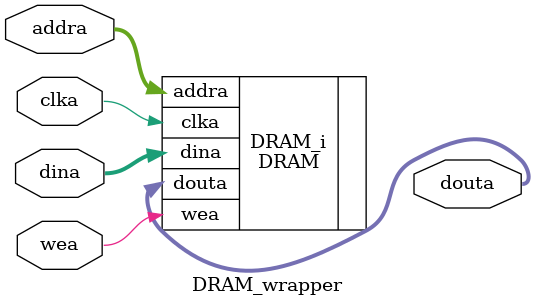
<source format=v>
`timescale 1 ps / 1 ps

module DRAM_wrapper
   (addra,
    clka,
    dina,
    douta,
    wea);
  input [15:0]addra;
  input clka;
  input [15:0]dina;
  output [15:0]douta;
  input [0:0]wea;

  wire [15:0]addra;
  wire clka;
  wire [15:0]dina;
  wire [15:0]douta;
  wire [0:0]wea;

  DRAM DRAM_i
       (.addra(addra),
        .clka(clka),
        .dina(dina),
        .douta(douta),
        .wea(wea));
endmodule

</source>
